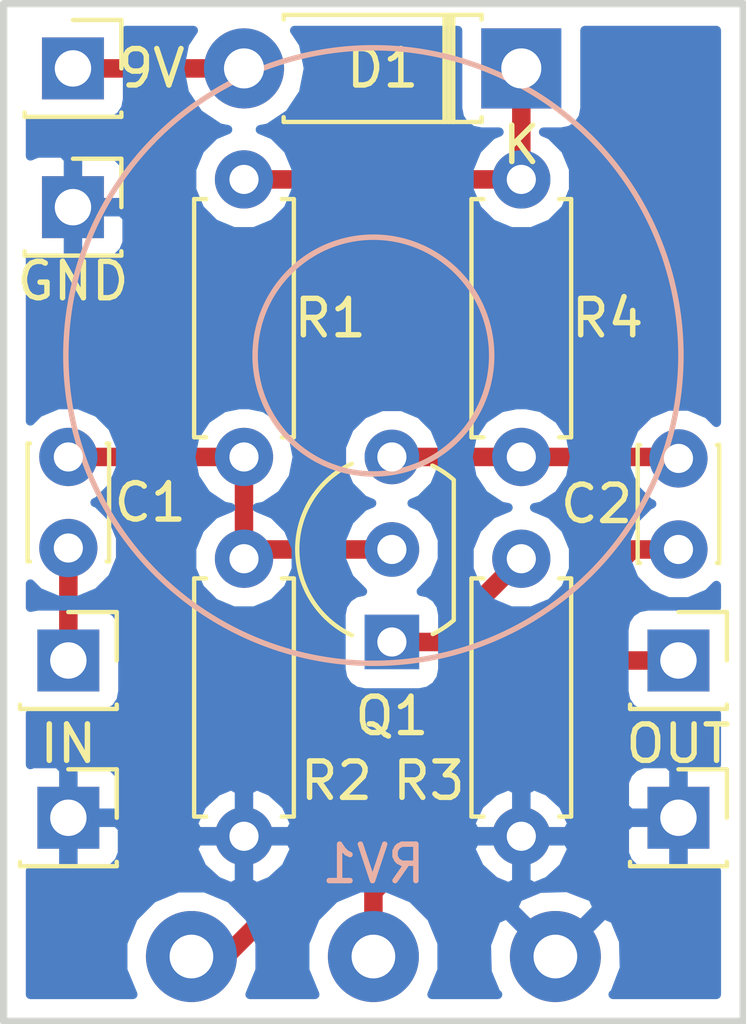
<source format=kicad_pcb>
(kicad_pcb (version 20171130) (host pcbnew 5.0.2+dfsg1-1+deb10u1)

  (general
    (thickness 1.6)
    (drawings 4)
    (tracks 19)
    (zones 0)
    (modules 15)
    (nets 10)
  )

  (page A)
  (layers
    (0 F.Cu signal)
    (31 B.Cu signal)
    (32 B.Adhes user)
    (33 F.Adhes user)
    (34 B.Paste user)
    (35 F.Paste user)
    (36 B.SilkS user)
    (37 F.SilkS user)
    (38 B.Mask user)
    (39 F.Mask user)
    (40 Dwgs.User user)
    (41 Cmts.User user)
    (42 Eco1.User user)
    (43 Eco2.User user)
    (44 Edge.Cuts user)
    (45 Margin user)
    (46 B.CrtYd user hide)
    (47 F.CrtYd user hide)
    (48 B.Fab user hide)
    (49 F.Fab user hide)
  )

  (setup
    (last_trace_width 0.508)
    (user_trace_width 0.508)
    (trace_clearance 0.2)
    (zone_clearance 0.508)
    (zone_45_only no)
    (trace_min 0.2)
    (segment_width 0.2)
    (edge_width 0.15)
    (via_size 0.8)
    (via_drill 0.4)
    (via_min_size 0.4)
    (via_min_drill 0.3)
    (uvia_size 0.3)
    (uvia_drill 0.1)
    (uvias_allowed no)
    (uvia_min_size 0.2)
    (uvia_min_drill 0.1)
    (pcb_text_width 0.3)
    (pcb_text_size 1.5 1.5)
    (mod_edge_width 0.15)
    (mod_text_size 1 1)
    (mod_text_width 0.15)
    (pad_size 1.524 1.524)
    (pad_drill 0.762)
    (pad_to_mask_clearance 0.051)
    (solder_mask_min_width 0.25)
    (aux_axis_origin 0 0)
    (visible_elements FFFFFF7F)
    (pcbplotparams
      (layerselection 0x010fc_ffffffff)
      (usegerberextensions false)
      (usegerberattributes false)
      (usegerberadvancedattributes false)
      (creategerberjobfile false)
      (excludeedgelayer true)
      (linewidth 0.100000)
      (plotframeref false)
      (viasonmask false)
      (mode 1)
      (useauxorigin false)
      (hpglpennumber 1)
      (hpglpenspeed 20)
      (hpglpendiameter 15.000000)
      (psnegative false)
      (psa4output false)
      (plotreference true)
      (plotvalue true)
      (plotinvisibletext false)
      (padsonsilk false)
      (subtractmaskfromsilk false)
      (outputformat 1)
      (mirror false)
      (drillshape 1)
      (scaleselection 1)
      (outputdirectory ""))
  )

  (net 0 "")
  (net 1 "Net-(C1-Pad1)")
  (net 2 "Net-(C1-Pad2)")
  (net 3 "Net-(C2-Pad2)")
  (net 4 "Net-(C2-Pad1)")
  (net 5 "Net-(D1-Pad1)")
  (net 6 +9V)
  (net 7 GND)
  (net 8 "Net-(J5-Pad1)")
  (net 9 "Net-(Q1-Pad1)")

  (net_class Default "This is the default net class."
    (clearance 0.2)
    (trace_width 0.25)
    (via_dia 0.8)
    (via_drill 0.4)
    (uvia_dia 0.3)
    (uvia_drill 0.1)
    (add_net +9V)
    (add_net GND)
    (add_net "Net-(C1-Pad1)")
    (add_net "Net-(C1-Pad2)")
    (add_net "Net-(C2-Pad1)")
    (add_net "Net-(C2-Pad2)")
    (add_net "Net-(D1-Pad1)")
    (add_net "Net-(J5-Pad1)")
    (add_net "Net-(Q1-Pad1)")
  )

  (module Capacitor_THT:C_Disc_D3.0mm_W2.0mm_P2.50mm (layer F.Cu) (tedit 5AE50EF0) (tstamp 6453BCE4)
    (at 110.998 63.246 270)
    (descr "C, Disc series, Radial, pin pitch=2.50mm, , diameter*width=3*2mm^2, Capacitor")
    (tags "C Disc series Radial pin pitch 2.50mm  diameter 3mm width 2mm Capacitor")
    (path /643B4688)
    (fp_text reference C1 (at 1.25 -2.25) (layer F.SilkS)
      (effects (font (size 1 1) (thickness 0.15)))
    )
    (fp_text value 0.1uF (at 1.25 2.25 270) (layer F.Fab)
      (effects (font (size 1 1) (thickness 0.15)))
    )
    (fp_line (start -0.25 -1) (end -0.25 1) (layer F.Fab) (width 0.1))
    (fp_line (start -0.25 1) (end 2.75 1) (layer F.Fab) (width 0.1))
    (fp_line (start 2.75 1) (end 2.75 -1) (layer F.Fab) (width 0.1))
    (fp_line (start 2.75 -1) (end -0.25 -1) (layer F.Fab) (width 0.1))
    (fp_line (start -0.37 -1.12) (end 2.87 -1.12) (layer F.SilkS) (width 0.12))
    (fp_line (start -0.37 1.12) (end 2.87 1.12) (layer F.SilkS) (width 0.12))
    (fp_line (start -0.37 -1.12) (end -0.37 -1.055) (layer F.SilkS) (width 0.12))
    (fp_line (start -0.37 1.055) (end -0.37 1.12) (layer F.SilkS) (width 0.12))
    (fp_line (start 2.87 -1.12) (end 2.87 -1.055) (layer F.SilkS) (width 0.12))
    (fp_line (start 2.87 1.055) (end 2.87 1.12) (layer F.SilkS) (width 0.12))
    (fp_line (start -1.05 -1.25) (end -1.05 1.25) (layer F.CrtYd) (width 0.05))
    (fp_line (start -1.05 1.25) (end 3.55 1.25) (layer F.CrtYd) (width 0.05))
    (fp_line (start 3.55 1.25) (end 3.55 -1.25) (layer F.CrtYd) (width 0.05))
    (fp_line (start 3.55 -1.25) (end -1.05 -1.25) (layer F.CrtYd) (width 0.05))
    (fp_text user %R (at 1.25 0 270) (layer F.Fab)
      (effects (font (size 0.6 0.6) (thickness 0.09)))
    )
    (pad 1 thru_hole circle (at 0 0 270) (size 1.6 1.6) (drill 0.8) (layers *.Cu *.Mask)
      (net 1 "Net-(C1-Pad1)"))
    (pad 2 thru_hole circle (at 2.5 0 270) (size 1.6 1.6) (drill 0.8) (layers *.Cu *.Mask)
      (net 2 "Net-(C1-Pad2)"))
    (model ${KISYS3DMOD}/Capacitor_THT.3dshapes/C_Disc_D3.0mm_W2.0mm_P2.50mm.wrl
      (at (xyz 0 0 0))
      (scale (xyz 1 1 1))
      (rotate (xyz 0 0 0))
    )
  )

  (module Capacitor_THT:C_Disc_D3.0mm_W2.0mm_P2.50mm (layer F.Cu) (tedit 5AE50EF0) (tstamp 6453BCF9)
    (at 127.762 65.786 90)
    (descr "C, Disc series, Radial, pin pitch=2.50mm, , diameter*width=3*2mm^2, Capacitor")
    (tags "C Disc series Radial pin pitch 2.50mm  diameter 3mm width 2mm Capacitor")
    (path /643B496A)
    (fp_text reference C2 (at 1.25 -2.25 180) (layer F.SilkS)
      (effects (font (size 1 1) (thickness 0.15)))
    )
    (fp_text value 0.1uF (at 1.25 2.25 90) (layer F.Fab)
      (effects (font (size 1 1) (thickness 0.15)))
    )
    (fp_text user %R (at 1.25 0 90) (layer F.Fab)
      (effects (font (size 0.6 0.6) (thickness 0.09)))
    )
    (fp_line (start 3.55 -1.25) (end -1.05 -1.25) (layer F.CrtYd) (width 0.05))
    (fp_line (start 3.55 1.25) (end 3.55 -1.25) (layer F.CrtYd) (width 0.05))
    (fp_line (start -1.05 1.25) (end 3.55 1.25) (layer F.CrtYd) (width 0.05))
    (fp_line (start -1.05 -1.25) (end -1.05 1.25) (layer F.CrtYd) (width 0.05))
    (fp_line (start 2.87 1.055) (end 2.87 1.12) (layer F.SilkS) (width 0.12))
    (fp_line (start 2.87 -1.12) (end 2.87 -1.055) (layer F.SilkS) (width 0.12))
    (fp_line (start -0.37 1.055) (end -0.37 1.12) (layer F.SilkS) (width 0.12))
    (fp_line (start -0.37 -1.12) (end -0.37 -1.055) (layer F.SilkS) (width 0.12))
    (fp_line (start -0.37 1.12) (end 2.87 1.12) (layer F.SilkS) (width 0.12))
    (fp_line (start -0.37 -1.12) (end 2.87 -1.12) (layer F.SilkS) (width 0.12))
    (fp_line (start 2.75 -1) (end -0.25 -1) (layer F.Fab) (width 0.1))
    (fp_line (start 2.75 1) (end 2.75 -1) (layer F.Fab) (width 0.1))
    (fp_line (start -0.25 1) (end 2.75 1) (layer F.Fab) (width 0.1))
    (fp_line (start -0.25 -1) (end -0.25 1) (layer F.Fab) (width 0.1))
    (pad 2 thru_hole circle (at 2.5 0 90) (size 1.6 1.6) (drill 0.8) (layers *.Cu *.Mask)
      (net 3 "Net-(C2-Pad2)"))
    (pad 1 thru_hole circle (at 0 0 90) (size 1.6 1.6) (drill 0.8) (layers *.Cu *.Mask)
      (net 4 "Net-(C2-Pad1)"))
    (model ${KISYS3DMOD}/Capacitor_THT.3dshapes/C_Disc_D3.0mm_W2.0mm_P2.50mm.wrl
      (at (xyz 0 0 0))
      (scale (xyz 1 1 1))
      (rotate (xyz 0 0 0))
    )
  )

  (module Diode_THT:D_DO-41_SOD81_P7.62mm_Horizontal (layer F.Cu) (tedit 5AE50CD5) (tstamp 6453CDA1)
    (at 123.444 52.578 180)
    (descr "Diode, DO-41_SOD81 series, Axial, Horizontal, pin pitch=7.62mm, , length*diameter=5.2*2.7mm^2, , http://www.diodes.com/_files/packages/DO-41%20(Plastic).pdf")
    (tags "Diode DO-41_SOD81 series Axial Horizontal pin pitch 7.62mm  length 5.2mm diameter 2.7mm")
    (path /643B4CB8)
    (fp_text reference D1 (at 3.81 0 180) (layer F.SilkS)
      (effects (font (size 1 1) (thickness 0.15)))
    )
    (fp_text value D (at 3.81 2.47 180) (layer F.Fab)
      (effects (font (size 1 1) (thickness 0.15)))
    )
    (fp_line (start 1.21 -1.35) (end 1.21 1.35) (layer F.Fab) (width 0.1))
    (fp_line (start 1.21 1.35) (end 6.41 1.35) (layer F.Fab) (width 0.1))
    (fp_line (start 6.41 1.35) (end 6.41 -1.35) (layer F.Fab) (width 0.1))
    (fp_line (start 6.41 -1.35) (end 1.21 -1.35) (layer F.Fab) (width 0.1))
    (fp_line (start 0 0) (end 1.21 0) (layer F.Fab) (width 0.1))
    (fp_line (start 7.62 0) (end 6.41 0) (layer F.Fab) (width 0.1))
    (fp_line (start 1.99 -1.35) (end 1.99 1.35) (layer F.Fab) (width 0.1))
    (fp_line (start 2.09 -1.35) (end 2.09 1.35) (layer F.Fab) (width 0.1))
    (fp_line (start 1.89 -1.35) (end 1.89 1.35) (layer F.Fab) (width 0.1))
    (fp_line (start 1.09 -1.34) (end 1.09 -1.47) (layer F.SilkS) (width 0.12))
    (fp_line (start 1.09 -1.47) (end 6.53 -1.47) (layer F.SilkS) (width 0.12))
    (fp_line (start 6.53 -1.47) (end 6.53 -1.34) (layer F.SilkS) (width 0.12))
    (fp_line (start 1.09 1.34) (end 1.09 1.47) (layer F.SilkS) (width 0.12))
    (fp_line (start 1.09 1.47) (end 6.53 1.47) (layer F.SilkS) (width 0.12))
    (fp_line (start 6.53 1.47) (end 6.53 1.34) (layer F.SilkS) (width 0.12))
    (fp_line (start 1.99 -1.47) (end 1.99 1.47) (layer F.SilkS) (width 0.12))
    (fp_line (start 2.11 -1.47) (end 2.11 1.47) (layer F.SilkS) (width 0.12))
    (fp_line (start 1.87 -1.47) (end 1.87 1.47) (layer F.SilkS) (width 0.12))
    (fp_line (start -1.35 -1.6) (end -1.35 1.6) (layer F.CrtYd) (width 0.05))
    (fp_line (start -1.35 1.6) (end 8.97 1.6) (layer F.CrtYd) (width 0.05))
    (fp_line (start 8.97 1.6) (end 8.97 -1.6) (layer F.CrtYd) (width 0.05))
    (fp_line (start 8.97 -1.6) (end -1.35 -1.6) (layer F.CrtYd) (width 0.05))
    (fp_text user %R (at 4.2 0 180) (layer F.Fab)
      (effects (font (size 1 1) (thickness 0.15)))
    )
    (fp_text user K (at 0 -2.1 180) (layer F.Fab)
      (effects (font (size 1 1) (thickness 0.15)))
    )
    (fp_text user K (at 0 -2.1 180) (layer F.SilkS)
      (effects (font (size 1 1) (thickness 0.15)))
    )
    (pad 1 thru_hole rect (at 0 0 180) (size 2.2 2.2) (drill 1.1) (layers *.Cu *.Mask)
      (net 5 "Net-(D1-Pad1)"))
    (pad 2 thru_hole oval (at 7.62 0 180) (size 2.2 2.2) (drill 1.1) (layers *.Cu *.Mask)
      (net 6 +9V))
    (model ${KISYS3DMOD}/Diode_THT.3dshapes/D_DO-41_SOD81_P7.62mm_Horizontal.wrl
      (at (xyz 0 0 0))
      (scale (xyz 1 1 1))
      (rotate (xyz 0 0 0))
    )
  )

  (module Connector_PinSocket_2.54mm:PinSocket_1x01_P2.54mm_Vertical (layer F.Cu) (tedit 643B529E) (tstamp 6453BD2C)
    (at 110.998 68.834)
    (descr "Through hole straight socket strip, 1x01, 2.54mm pitch, single row (from Kicad 4.0.7), script generated")
    (tags "Through hole socket strip THT 1x01 2.54mm single row")
    (path /643B52F6)
    (fp_text reference J1 (at 0 -2.77) (layer F.SilkS) hide
      (effects (font (size 1 1) (thickness 0.15)))
    )
    (fp_text value IN (at 0 2.286) (layer F.SilkS)
      (effects (font (size 1 1) (thickness 0.15)))
    )
    (fp_line (start -1.27 -1.27) (end 0.635 -1.27) (layer F.Fab) (width 0.1))
    (fp_line (start 0.635 -1.27) (end 1.27 -0.635) (layer F.Fab) (width 0.1))
    (fp_line (start 1.27 -0.635) (end 1.27 1.27) (layer F.Fab) (width 0.1))
    (fp_line (start 1.27 1.27) (end -1.27 1.27) (layer F.Fab) (width 0.1))
    (fp_line (start -1.27 1.27) (end -1.27 -1.27) (layer F.Fab) (width 0.1))
    (fp_line (start -1.33 1.33) (end 1.33 1.33) (layer F.SilkS) (width 0.12))
    (fp_line (start -1.33 1.21) (end -1.33 1.33) (layer F.SilkS) (width 0.12))
    (fp_line (start 1.33 1.21) (end 1.33 1.33) (layer F.SilkS) (width 0.12))
    (fp_line (start 1.33 -1.33) (end 1.33 0) (layer F.SilkS) (width 0.12))
    (fp_line (start 0 -1.33) (end 1.33 -1.33) (layer F.SilkS) (width 0.12))
    (fp_line (start -1.8 -1.8) (end 1.75 -1.8) (layer F.CrtYd) (width 0.05))
    (fp_line (start 1.75 -1.8) (end 1.75 1.75) (layer F.CrtYd) (width 0.05))
    (fp_line (start 1.75 1.75) (end -1.8 1.75) (layer F.CrtYd) (width 0.05))
    (fp_line (start -1.8 1.75) (end -1.8 -1.8) (layer F.CrtYd) (width 0.05))
    (fp_text user %R (at 0 0) (layer F.Fab)
      (effects (font (size 1 1) (thickness 0.15)))
    )
    (pad 1 thru_hole rect (at 0 0) (size 1.7 1.7) (drill 1) (layers *.Cu *.Mask)
      (net 2 "Net-(C1-Pad2)"))
    (model ${KISYS3DMOD}/Connector_PinSocket_2.54mm.3dshapes/PinSocket_1x01_P2.54mm_Vertical.wrl
      (at (xyz 0 0 0))
      (scale (xyz 1 1 1))
      (rotate (xyz 0 0 0))
    )
  )

  (module Connector_PinSocket_2.54mm:PinSocket_1x01_P2.54mm_Vertical (layer F.Cu) (tedit 643B528F) (tstamp 6453C2CC)
    (at 110.998 73.152)
    (descr "Through hole straight socket strip, 1x01, 2.54mm pitch, single row (from Kicad 4.0.7), script generated")
    (tags "Through hole socket strip THT 1x01 2.54mm single row")
    (path /643B55BC)
    (fp_text reference J2 (at 0 -2.77) (layer F.SilkS) hide
      (effects (font (size 1 1) (thickness 0.15)))
    )
    (fp_text value IN_G (at 0 2.77) (layer F.Fab)
      (effects (font (size 1 1) (thickness 0.15)))
    )
    (fp_text user %R (at 0 0) (layer F.Fab)
      (effects (font (size 1 1) (thickness 0.15)))
    )
    (fp_line (start -1.8 1.75) (end -1.8 -1.8) (layer F.CrtYd) (width 0.05))
    (fp_line (start 1.75 1.75) (end -1.8 1.75) (layer F.CrtYd) (width 0.05))
    (fp_line (start 1.75 -1.8) (end 1.75 1.75) (layer F.CrtYd) (width 0.05))
    (fp_line (start -1.8 -1.8) (end 1.75 -1.8) (layer F.CrtYd) (width 0.05))
    (fp_line (start 0 -1.33) (end 1.33 -1.33) (layer F.SilkS) (width 0.12))
    (fp_line (start 1.33 -1.33) (end 1.33 0) (layer F.SilkS) (width 0.12))
    (fp_line (start 1.33 1.21) (end 1.33 1.33) (layer F.SilkS) (width 0.12))
    (fp_line (start -1.33 1.21) (end -1.33 1.33) (layer F.SilkS) (width 0.12))
    (fp_line (start -1.33 1.33) (end 1.33 1.33) (layer F.SilkS) (width 0.12))
    (fp_line (start -1.27 1.27) (end -1.27 -1.27) (layer F.Fab) (width 0.1))
    (fp_line (start 1.27 1.27) (end -1.27 1.27) (layer F.Fab) (width 0.1))
    (fp_line (start 1.27 -0.635) (end 1.27 1.27) (layer F.Fab) (width 0.1))
    (fp_line (start 0.635 -1.27) (end 1.27 -0.635) (layer F.Fab) (width 0.1))
    (fp_line (start -1.27 -1.27) (end 0.635 -1.27) (layer F.Fab) (width 0.1))
    (pad 1 thru_hole rect (at 0 0) (size 1.7 1.7) (drill 1) (layers *.Cu *.Mask)
      (net 7 GND))
    (model ${KISYS3DMOD}/Connector_PinSocket_2.54mm.3dshapes/PinSocket_1x01_P2.54mm_Vertical.wrl
      (at (xyz 0 0 0))
      (scale (xyz 1 1 1))
      (rotate (xyz 0 0 0))
    )
  )

  (module Connector_PinSocket_2.54mm:PinSocket_1x01_P2.54mm_Vertical (layer F.Cu) (tedit 643B51DD) (tstamp 6453D098)
    (at 111.125 52.578)
    (descr "Through hole straight socket strip, 1x01, 2.54mm pitch, single row (from Kicad 4.0.7), script generated")
    (tags "Through hole socket strip THT 1x01 2.54mm single row")
    (path /643B6B7B)
    (fp_text reference J3 (at 0 -2.77) (layer F.SilkS) hide
      (effects (font (size 1 1) (thickness 0.15)))
    )
    (fp_text value 9V (at 2.159 0) (layer F.SilkS)
      (effects (font (size 1 1) (thickness 0.15)))
    )
    (fp_text user %R (at 0 0) (layer F.Fab)
      (effects (font (size 1 1) (thickness 0.15)))
    )
    (fp_line (start -1.8 1.75) (end -1.8 -1.8) (layer F.CrtYd) (width 0.05))
    (fp_line (start 1.75 1.75) (end -1.8 1.75) (layer F.CrtYd) (width 0.05))
    (fp_line (start 1.75 -1.8) (end 1.75 1.75) (layer F.CrtYd) (width 0.05))
    (fp_line (start -1.8 -1.8) (end 1.75 -1.8) (layer F.CrtYd) (width 0.05))
    (fp_line (start 0 -1.33) (end 1.33 -1.33) (layer F.SilkS) (width 0.12))
    (fp_line (start 1.33 -1.33) (end 1.33 0) (layer F.SilkS) (width 0.12))
    (fp_line (start 1.33 1.21) (end 1.33 1.33) (layer F.SilkS) (width 0.12))
    (fp_line (start -1.33 1.21) (end -1.33 1.33) (layer F.SilkS) (width 0.12))
    (fp_line (start -1.33 1.33) (end 1.33 1.33) (layer F.SilkS) (width 0.12))
    (fp_line (start -1.27 1.27) (end -1.27 -1.27) (layer F.Fab) (width 0.1))
    (fp_line (start 1.27 1.27) (end -1.27 1.27) (layer F.Fab) (width 0.1))
    (fp_line (start 1.27 -0.635) (end 1.27 1.27) (layer F.Fab) (width 0.1))
    (fp_line (start 0.635 -1.27) (end 1.27 -0.635) (layer F.Fab) (width 0.1))
    (fp_line (start -1.27 -1.27) (end 0.635 -1.27) (layer F.Fab) (width 0.1))
    (pad 1 thru_hole rect (at 0 0) (size 1.7 1.7) (drill 1) (layers *.Cu *.Mask)
      (net 6 +9V))
    (model ${KISYS3DMOD}/Connector_PinSocket_2.54mm.3dshapes/PinSocket_1x01_P2.54mm_Vertical.wrl
      (at (xyz 0 0 0))
      (scale (xyz 1 1 1))
      (rotate (xyz 0 0 0))
    )
  )

  (module Connector_PinSocket_2.54mm:PinSocket_1x01_P2.54mm_Vertical (layer F.Cu) (tedit 643B51F3) (tstamp 6453CD5D)
    (at 111.125 56.388)
    (descr "Through hole straight socket strip, 1x01, 2.54mm pitch, single row (from Kicad 4.0.7), script generated")
    (tags "Through hole socket strip THT 1x01 2.54mm single row")
    (path /643B6AF1)
    (fp_text reference J4 (at 0 -2.77) (layer F.SilkS) hide
      (effects (font (size 1 1) (thickness 0.15)))
    )
    (fp_text value GND (at 0 2.032) (layer F.SilkS)
      (effects (font (size 1 1) (thickness 0.15)))
    )
    (fp_line (start -1.27 -1.27) (end 0.635 -1.27) (layer F.Fab) (width 0.1))
    (fp_line (start 0.635 -1.27) (end 1.27 -0.635) (layer F.Fab) (width 0.1))
    (fp_line (start 1.27 -0.635) (end 1.27 1.27) (layer F.Fab) (width 0.1))
    (fp_line (start 1.27 1.27) (end -1.27 1.27) (layer F.Fab) (width 0.1))
    (fp_line (start -1.27 1.27) (end -1.27 -1.27) (layer F.Fab) (width 0.1))
    (fp_line (start -1.33 1.33) (end 1.33 1.33) (layer F.SilkS) (width 0.12))
    (fp_line (start -1.33 1.21) (end -1.33 1.33) (layer F.SilkS) (width 0.12))
    (fp_line (start 1.33 1.21) (end 1.33 1.33) (layer F.SilkS) (width 0.12))
    (fp_line (start 1.33 -1.33) (end 1.33 0) (layer F.SilkS) (width 0.12))
    (fp_line (start 0 -1.33) (end 1.33 -1.33) (layer F.SilkS) (width 0.12))
    (fp_line (start -1.8 -1.8) (end 1.75 -1.8) (layer F.CrtYd) (width 0.05))
    (fp_line (start 1.75 -1.8) (end 1.75 1.75) (layer F.CrtYd) (width 0.05))
    (fp_line (start 1.75 1.75) (end -1.8 1.75) (layer F.CrtYd) (width 0.05))
    (fp_line (start -1.8 1.75) (end -1.8 -1.8) (layer F.CrtYd) (width 0.05))
    (fp_text user %R (at 0 0) (layer F.Fab)
      (effects (font (size 1 1) (thickness 0.15)))
    )
    (pad 1 thru_hole rect (at 0 0) (size 1.7 1.7) (drill 1) (layers *.Cu *.Mask)
      (net 7 GND))
    (model ${KISYS3DMOD}/Connector_PinSocket_2.54mm.3dshapes/PinSocket_1x01_P2.54mm_Vertical.wrl
      (at (xyz 0 0 0))
      (scale (xyz 1 1 1))
      (rotate (xyz 0 0 0))
    )
  )

  (module Connector_PinSocket_2.54mm:PinSocket_1x01_P2.54mm_Vertical (layer F.Cu) (tedit 643B5244) (tstamp 6453C245)
    (at 127.762 68.834)
    (descr "Through hole straight socket strip, 1x01, 2.54mm pitch, single row (from Kicad 4.0.7), script generated")
    (tags "Through hole socket strip THT 1x01 2.54mm single row")
    (path /643B5866)
    (fp_text reference J5 (at 0 -2.77) (layer F.SilkS) hide
      (effects (font (size 1 1) (thickness 0.15)))
    )
    (fp_text value OUT (at 0 2.286 180) (layer F.SilkS)
      (effects (font (size 1 1) (thickness 0.15)))
    )
    (fp_line (start -1.27 -1.27) (end 0.635 -1.27) (layer F.Fab) (width 0.1))
    (fp_line (start 0.635 -1.27) (end 1.27 -0.635) (layer F.Fab) (width 0.1))
    (fp_line (start 1.27 -0.635) (end 1.27 1.27) (layer F.Fab) (width 0.1))
    (fp_line (start 1.27 1.27) (end -1.27 1.27) (layer F.Fab) (width 0.1))
    (fp_line (start -1.27 1.27) (end -1.27 -1.27) (layer F.Fab) (width 0.1))
    (fp_line (start -1.33 1.33) (end 1.33 1.33) (layer F.SilkS) (width 0.12))
    (fp_line (start -1.33 1.21) (end -1.33 1.33) (layer F.SilkS) (width 0.12))
    (fp_line (start 1.33 1.21) (end 1.33 1.33) (layer F.SilkS) (width 0.12))
    (fp_line (start 1.33 -1.33) (end 1.33 0) (layer F.SilkS) (width 0.12))
    (fp_line (start 0 -1.33) (end 1.33 -1.33) (layer F.SilkS) (width 0.12))
    (fp_line (start -1.8 -1.8) (end 1.75 -1.8) (layer F.CrtYd) (width 0.05))
    (fp_line (start 1.75 -1.8) (end 1.75 1.75) (layer F.CrtYd) (width 0.05))
    (fp_line (start 1.75 1.75) (end -1.8 1.75) (layer F.CrtYd) (width 0.05))
    (fp_line (start -1.8 1.75) (end -1.8 -1.8) (layer F.CrtYd) (width 0.05))
    (fp_text user %R (at 0 0) (layer F.Fab)
      (effects (font (size 1 1) (thickness 0.15)))
    )
    (pad 1 thru_hole rect (at 0 0) (size 1.7 1.7) (drill 1) (layers *.Cu *.Mask)
      (net 8 "Net-(J5-Pad1)"))
    (model ${KISYS3DMOD}/Connector_PinSocket_2.54mm.3dshapes/PinSocket_1x01_P2.54mm_Vertical.wrl
      (at (xyz 0 0 0))
      (scale (xyz 1 1 1))
      (rotate (xyz 0 0 0))
    )
  )

  (module Connector_PinSocket_2.54mm:PinSocket_1x01_P2.54mm_Vertical (layer F.Cu) (tedit 643B526D) (tstamp 6453BD90)
    (at 127.762 73.152)
    (descr "Through hole straight socket strip, 1x01, 2.54mm pitch, single row (from Kicad 4.0.7), script generated")
    (tags "Through hole socket strip THT 1x01 2.54mm single row")
    (path /643B586C)
    (fp_text reference J6 (at 0 -2.77) (layer F.SilkS) hide
      (effects (font (size 1 1) (thickness 0.15)))
    )
    (fp_text value OUT_G (at 0 2.77) (layer F.Fab)
      (effects (font (size 1 1) (thickness 0.15)))
    )
    (fp_text user %R (at 0 0) (layer F.Fab)
      (effects (font (size 1 1) (thickness 0.15)))
    )
    (fp_line (start -1.8 1.75) (end -1.8 -1.8) (layer F.CrtYd) (width 0.05))
    (fp_line (start 1.75 1.75) (end -1.8 1.75) (layer F.CrtYd) (width 0.05))
    (fp_line (start 1.75 -1.8) (end 1.75 1.75) (layer F.CrtYd) (width 0.05))
    (fp_line (start -1.8 -1.8) (end 1.75 -1.8) (layer F.CrtYd) (width 0.05))
    (fp_line (start 0 -1.33) (end 1.33 -1.33) (layer F.SilkS) (width 0.12))
    (fp_line (start 1.33 -1.33) (end 1.33 0) (layer F.SilkS) (width 0.12))
    (fp_line (start 1.33 1.21) (end 1.33 1.33) (layer F.SilkS) (width 0.12))
    (fp_line (start -1.33 1.21) (end -1.33 1.33) (layer F.SilkS) (width 0.12))
    (fp_line (start -1.33 1.33) (end 1.33 1.33) (layer F.SilkS) (width 0.12))
    (fp_line (start -1.27 1.27) (end -1.27 -1.27) (layer F.Fab) (width 0.1))
    (fp_line (start 1.27 1.27) (end -1.27 1.27) (layer F.Fab) (width 0.1))
    (fp_line (start 1.27 -0.635) (end 1.27 1.27) (layer F.Fab) (width 0.1))
    (fp_line (start 0.635 -1.27) (end 1.27 -0.635) (layer F.Fab) (width 0.1))
    (fp_line (start -1.27 -1.27) (end 0.635 -1.27) (layer F.Fab) (width 0.1))
    (pad 1 thru_hole rect (at 0 0) (size 1.7 1.7) (drill 1) (layers *.Cu *.Mask)
      (net 7 GND))
    (model ${KISYS3DMOD}/Connector_PinSocket_2.54mm.3dshapes/PinSocket_1x01_P2.54mm_Vertical.wrl
      (at (xyz 0 0 0))
      (scale (xyz 1 1 1))
      (rotate (xyz 0 0 0))
    )
  )

  (module Package_TO_SOT_THT:TO-92L_Inline_Wide (layer F.Cu) (tedit 5A11996A) (tstamp 6453BDA4)
    (at 119.888 68.326 90)
    (descr "TO-92L leads in-line (large body variant of TO-92), also known as TO-226, wide, drill 0.75mm (see https://www.diodes.com/assets/Package-Files/TO92L.pdf and http://www.ti.com/lit/an/snoa059/snoa059.pdf)")
    (tags "TO-92L Inline Wide transistor")
    (path /643B47CC)
    (fp_text reference Q1 (at -2.032 0 180) (layer F.SilkS)
      (effects (font (size 1 1) (thickness 0.15)))
    )
    (fp_text value 2N5088 (at 2.54 2.79 90) (layer F.Fab)
      (effects (font (size 1 1) (thickness 0.15)))
    )
    (fp_text user %R (at 2.54 -3.56 90) (layer F.Fab)
      (effects (font (size 1 1) (thickness 0.15)))
    )
    (fp_line (start 0.6 1.7) (end 4.45 1.7) (layer F.SilkS) (width 0.12))
    (fp_line (start 0.65 1.6) (end 4.4 1.6) (layer F.Fab) (width 0.1))
    (fp_line (start -1 -2.75) (end 6.1 -2.75) (layer F.CrtYd) (width 0.05))
    (fp_line (start -1 -2.75) (end -1 1.85) (layer F.CrtYd) (width 0.05))
    (fp_line (start 6.1 1.85) (end 6.1 -2.75) (layer F.CrtYd) (width 0.05))
    (fp_line (start 6.1 1.85) (end -1 1.85) (layer F.CrtYd) (width 0.05))
    (fp_arc (start 2.54 0) (end 0.6 1.7) (angle 15.44288892) (layer F.SilkS) (width 0.12))
    (fp_arc (start 2.54 0) (end 2.54 -2.6) (angle -65) (layer F.SilkS) (width 0.12))
    (fp_arc (start 2.54 0) (end 2.54 -2.6) (angle 65) (layer F.SilkS) (width 0.12))
    (fp_arc (start 2.54 0) (end 2.54 -2.48) (angle 129.9527847) (layer F.Fab) (width 0.1))
    (fp_arc (start 2.54 0) (end 2.54 -2.48) (angle -130.2499344) (layer F.Fab) (width 0.1))
    (fp_arc (start 2.54 0) (end 4.45 1.7) (angle -15.88591585) (layer F.SilkS) (width 0.12))
    (pad 2 thru_hole circle (at 2.54 0 180) (size 1.5 1.5) (drill 0.8) (layers *.Cu *.Mask)
      (net 1 "Net-(C1-Pad1)"))
    (pad 3 thru_hole circle (at 5.08 0 180) (size 1.5 1.5) (drill 0.8) (layers *.Cu *.Mask)
      (net 3 "Net-(C2-Pad2)"))
    (pad 1 thru_hole rect (at 0 0 180) (size 1.5 1.5) (drill 0.8) (layers *.Cu *.Mask)
      (net 9 "Net-(Q1-Pad1)"))
    (model ${KISYS3DMOD}/Package_TO_SOT_THT.3dshapes/TO-92L_Inline_Wide.wrl
      (at (xyz 0 0 0))
      (scale (xyz 1 1 1))
      (rotate (xyz 0 0 0))
    )
  )

  (module Resistor_THT:R_Axial_DIN0207_L6.3mm_D2.5mm_P7.62mm_Horizontal (layer F.Cu) (tedit 5AE5139B) (tstamp 6453BDBB)
    (at 115.824 55.626 270)
    (descr "Resistor, Axial_DIN0207 series, Axial, Horizontal, pin pitch=7.62mm, 0.25W = 1/4W, length*diameter=6.3*2.5mm^2, http://cdn-reichelt.de/documents/datenblatt/B400/1_4W%23YAG.pdf")
    (tags "Resistor Axial_DIN0207 series Axial Horizontal pin pitch 7.62mm 0.25W = 1/4W length 6.3mm diameter 2.5mm")
    (path /643B46CA)
    (fp_text reference R1 (at 3.81 -2.37) (layer F.SilkS)
      (effects (font (size 1 1) (thickness 0.15)))
    )
    (fp_text value 430K (at 3.81 2.37 270) (layer F.Fab)
      (effects (font (size 1 1) (thickness 0.15)))
    )
    (fp_line (start 0.66 -1.25) (end 0.66 1.25) (layer F.Fab) (width 0.1))
    (fp_line (start 0.66 1.25) (end 6.96 1.25) (layer F.Fab) (width 0.1))
    (fp_line (start 6.96 1.25) (end 6.96 -1.25) (layer F.Fab) (width 0.1))
    (fp_line (start 6.96 -1.25) (end 0.66 -1.25) (layer F.Fab) (width 0.1))
    (fp_line (start 0 0) (end 0.66 0) (layer F.Fab) (width 0.1))
    (fp_line (start 7.62 0) (end 6.96 0) (layer F.Fab) (width 0.1))
    (fp_line (start 0.54 -1.04) (end 0.54 -1.37) (layer F.SilkS) (width 0.12))
    (fp_line (start 0.54 -1.37) (end 7.08 -1.37) (layer F.SilkS) (width 0.12))
    (fp_line (start 7.08 -1.37) (end 7.08 -1.04) (layer F.SilkS) (width 0.12))
    (fp_line (start 0.54 1.04) (end 0.54 1.37) (layer F.SilkS) (width 0.12))
    (fp_line (start 0.54 1.37) (end 7.08 1.37) (layer F.SilkS) (width 0.12))
    (fp_line (start 7.08 1.37) (end 7.08 1.04) (layer F.SilkS) (width 0.12))
    (fp_line (start -1.05 -1.5) (end -1.05 1.5) (layer F.CrtYd) (width 0.05))
    (fp_line (start -1.05 1.5) (end 8.67 1.5) (layer F.CrtYd) (width 0.05))
    (fp_line (start 8.67 1.5) (end 8.67 -1.5) (layer F.CrtYd) (width 0.05))
    (fp_line (start 8.67 -1.5) (end -1.05 -1.5) (layer F.CrtYd) (width 0.05))
    (fp_text user %R (at 3.81 0 270) (layer F.Fab)
      (effects (font (size 1 1) (thickness 0.15)))
    )
    (pad 1 thru_hole circle (at 0 0 270) (size 1.6 1.6) (drill 0.8) (layers *.Cu *.Mask)
      (net 5 "Net-(D1-Pad1)"))
    (pad 2 thru_hole oval (at 7.62 0 270) (size 1.6 1.6) (drill 0.8) (layers *.Cu *.Mask)
      (net 1 "Net-(C1-Pad1)"))
    (model ${KISYS3DMOD}/Resistor_THT.3dshapes/R_Axial_DIN0207_L6.3mm_D2.5mm_P7.62mm_Horizontal.wrl
      (at (xyz 0 0 0))
      (scale (xyz 1 1 1))
      (rotate (xyz 0 0 0))
    )
  )

  (module Resistor_THT:R_Axial_DIN0207_L6.3mm_D2.5mm_P7.62mm_Horizontal (layer F.Cu) (tedit 5AE5139B) (tstamp 6453C7AF)
    (at 115.824 66.04 270)
    (descr "Resistor, Axial_DIN0207 series, Axial, Horizontal, pin pitch=7.62mm, 0.25W = 1/4W, length*diameter=6.3*2.5mm^2, http://cdn-reichelt.de/documents/datenblatt/B400/1_4W%23YAG.pdf")
    (tags "Resistor Axial_DIN0207 series Axial Horizontal pin pitch 7.62mm 0.25W = 1/4W length 6.3mm diameter 2.5mm")
    (path /643B49D9)
    (fp_text reference R2 (at 6.096 -2.54) (layer F.SilkS)
      (effects (font (size 1 1) (thickness 0.15)))
    )
    (fp_text value 43K (at 3.81 2.37 270) (layer F.Fab)
      (effects (font (size 1 1) (thickness 0.15)))
    )
    (fp_text user %R (at 3.81 0 270) (layer F.Fab)
      (effects (font (size 1 1) (thickness 0.15)))
    )
    (fp_line (start 8.67 -1.5) (end -1.05 -1.5) (layer F.CrtYd) (width 0.05))
    (fp_line (start 8.67 1.5) (end 8.67 -1.5) (layer F.CrtYd) (width 0.05))
    (fp_line (start -1.05 1.5) (end 8.67 1.5) (layer F.CrtYd) (width 0.05))
    (fp_line (start -1.05 -1.5) (end -1.05 1.5) (layer F.CrtYd) (width 0.05))
    (fp_line (start 7.08 1.37) (end 7.08 1.04) (layer F.SilkS) (width 0.12))
    (fp_line (start 0.54 1.37) (end 7.08 1.37) (layer F.SilkS) (width 0.12))
    (fp_line (start 0.54 1.04) (end 0.54 1.37) (layer F.SilkS) (width 0.12))
    (fp_line (start 7.08 -1.37) (end 7.08 -1.04) (layer F.SilkS) (width 0.12))
    (fp_line (start 0.54 -1.37) (end 7.08 -1.37) (layer F.SilkS) (width 0.12))
    (fp_line (start 0.54 -1.04) (end 0.54 -1.37) (layer F.SilkS) (width 0.12))
    (fp_line (start 7.62 0) (end 6.96 0) (layer F.Fab) (width 0.1))
    (fp_line (start 0 0) (end 0.66 0) (layer F.Fab) (width 0.1))
    (fp_line (start 6.96 -1.25) (end 0.66 -1.25) (layer F.Fab) (width 0.1))
    (fp_line (start 6.96 1.25) (end 6.96 -1.25) (layer F.Fab) (width 0.1))
    (fp_line (start 0.66 1.25) (end 6.96 1.25) (layer F.Fab) (width 0.1))
    (fp_line (start 0.66 -1.25) (end 0.66 1.25) (layer F.Fab) (width 0.1))
    (pad 2 thru_hole oval (at 7.62 0 270) (size 1.6 1.6) (drill 0.8) (layers *.Cu *.Mask)
      (net 7 GND))
    (pad 1 thru_hole circle (at 0 0 270) (size 1.6 1.6) (drill 0.8) (layers *.Cu *.Mask)
      (net 1 "Net-(C1-Pad1)"))
    (model ${KISYS3DMOD}/Resistor_THT.3dshapes/R_Axial_DIN0207_L6.3mm_D2.5mm_P7.62mm_Horizontal.wrl
      (at (xyz 0 0 0))
      (scale (xyz 1 1 1))
      (rotate (xyz 0 0 0))
    )
  )

  (module Resistor_THT:R_Axial_DIN0207_L6.3mm_D2.5mm_P7.62mm_Horizontal (layer F.Cu) (tedit 5AE5139B) (tstamp 6453C76D)
    (at 123.444 66.04 270)
    (descr "Resistor, Axial_DIN0207 series, Axial, Horizontal, pin pitch=7.62mm, 0.25W = 1/4W, length*diameter=6.3*2.5mm^2, http://cdn-reichelt.de/documents/datenblatt/B400/1_4W%23YAG.pdf")
    (tags "Resistor Axial_DIN0207 series Axial Horizontal pin pitch 7.62mm 0.25W = 1/4W length 6.3mm diameter 2.5mm")
    (path /643B4AA0)
    (fp_text reference R3 (at 6.096 2.54) (layer F.SilkS)
      (effects (font (size 1 1) (thickness 0.15)))
    )
    (fp_text value 390R (at 3.81 2.37 270) (layer F.Fab)
      (effects (font (size 1 1) (thickness 0.15)))
    )
    (fp_text user %R (at 3.81 0 270) (layer F.Fab)
      (effects (font (size 1 1) (thickness 0.15)))
    )
    (fp_line (start 8.67 -1.5) (end -1.05 -1.5) (layer F.CrtYd) (width 0.05))
    (fp_line (start 8.67 1.5) (end 8.67 -1.5) (layer F.CrtYd) (width 0.05))
    (fp_line (start -1.05 1.5) (end 8.67 1.5) (layer F.CrtYd) (width 0.05))
    (fp_line (start -1.05 -1.5) (end -1.05 1.5) (layer F.CrtYd) (width 0.05))
    (fp_line (start 7.08 1.37) (end 7.08 1.04) (layer F.SilkS) (width 0.12))
    (fp_line (start 0.54 1.37) (end 7.08 1.37) (layer F.SilkS) (width 0.12))
    (fp_line (start 0.54 1.04) (end 0.54 1.37) (layer F.SilkS) (width 0.12))
    (fp_line (start 7.08 -1.37) (end 7.08 -1.04) (layer F.SilkS) (width 0.12))
    (fp_line (start 0.54 -1.37) (end 7.08 -1.37) (layer F.SilkS) (width 0.12))
    (fp_line (start 0.54 -1.04) (end 0.54 -1.37) (layer F.SilkS) (width 0.12))
    (fp_line (start 7.62 0) (end 6.96 0) (layer F.Fab) (width 0.1))
    (fp_line (start 0 0) (end 0.66 0) (layer F.Fab) (width 0.1))
    (fp_line (start 6.96 -1.25) (end 0.66 -1.25) (layer F.Fab) (width 0.1))
    (fp_line (start 6.96 1.25) (end 6.96 -1.25) (layer F.Fab) (width 0.1))
    (fp_line (start 0.66 1.25) (end 6.96 1.25) (layer F.Fab) (width 0.1))
    (fp_line (start 0.66 -1.25) (end 0.66 1.25) (layer F.Fab) (width 0.1))
    (pad 2 thru_hole oval (at 7.62 0 270) (size 1.6 1.6) (drill 0.8) (layers *.Cu *.Mask)
      (net 7 GND))
    (pad 1 thru_hole circle (at 0 0 270) (size 1.6 1.6) (drill 0.8) (layers *.Cu *.Mask)
      (net 9 "Net-(Q1-Pad1)"))
    (model ${KISYS3DMOD}/Resistor_THT.3dshapes/R_Axial_DIN0207_L6.3mm_D2.5mm_P7.62mm_Horizontal.wrl
      (at (xyz 0 0 0))
      (scale (xyz 1 1 1))
      (rotate (xyz 0 0 0))
    )
  )

  (module Resistor_THT:R_Axial_DIN0207_L6.3mm_D2.5mm_P7.62mm_Horizontal (layer F.Cu) (tedit 5AE5139B) (tstamp 6453BE00)
    (at 123.444 55.626 270)
    (descr "Resistor, Axial_DIN0207 series, Axial, Horizontal, pin pitch=7.62mm, 0.25W = 1/4W, length*diameter=6.3*2.5mm^2, http://cdn-reichelt.de/documents/datenblatt/B400/1_4W%23YAG.pdf")
    (tags "Resistor Axial_DIN0207 series Axial Horizontal pin pitch 7.62mm 0.25W = 1/4W length 6.3mm diameter 2.5mm")
    (path /643B4A41)
    (fp_text reference R4 (at 3.81 -2.37) (layer F.SilkS)
      (effects (font (size 1 1) (thickness 0.15)))
    )
    (fp_text value 10K (at 3.81 2.37 270) (layer F.Fab)
      (effects (font (size 1 1) (thickness 0.15)))
    )
    (fp_line (start 0.66 -1.25) (end 0.66 1.25) (layer F.Fab) (width 0.1))
    (fp_line (start 0.66 1.25) (end 6.96 1.25) (layer F.Fab) (width 0.1))
    (fp_line (start 6.96 1.25) (end 6.96 -1.25) (layer F.Fab) (width 0.1))
    (fp_line (start 6.96 -1.25) (end 0.66 -1.25) (layer F.Fab) (width 0.1))
    (fp_line (start 0 0) (end 0.66 0) (layer F.Fab) (width 0.1))
    (fp_line (start 7.62 0) (end 6.96 0) (layer F.Fab) (width 0.1))
    (fp_line (start 0.54 -1.04) (end 0.54 -1.37) (layer F.SilkS) (width 0.12))
    (fp_line (start 0.54 -1.37) (end 7.08 -1.37) (layer F.SilkS) (width 0.12))
    (fp_line (start 7.08 -1.37) (end 7.08 -1.04) (layer F.SilkS) (width 0.12))
    (fp_line (start 0.54 1.04) (end 0.54 1.37) (layer F.SilkS) (width 0.12))
    (fp_line (start 0.54 1.37) (end 7.08 1.37) (layer F.SilkS) (width 0.12))
    (fp_line (start 7.08 1.37) (end 7.08 1.04) (layer F.SilkS) (width 0.12))
    (fp_line (start -1.05 -1.5) (end -1.05 1.5) (layer F.CrtYd) (width 0.05))
    (fp_line (start -1.05 1.5) (end 8.67 1.5) (layer F.CrtYd) (width 0.05))
    (fp_line (start 8.67 1.5) (end 8.67 -1.5) (layer F.CrtYd) (width 0.05))
    (fp_line (start 8.67 -1.5) (end -1.05 -1.5) (layer F.CrtYd) (width 0.05))
    (fp_text user %R (at 3.81 0 270) (layer F.Fab)
      (effects (font (size 1 1) (thickness 0.15)))
    )
    (pad 1 thru_hole circle (at 0 0 270) (size 1.6 1.6) (drill 0.8) (layers *.Cu *.Mask)
      (net 5 "Net-(D1-Pad1)"))
    (pad 2 thru_hole oval (at 7.62 0 270) (size 1.6 1.6) (drill 0.8) (layers *.Cu *.Mask)
      (net 3 "Net-(C2-Pad2)"))
    (model ${KISYS3DMOD}/Resistor_THT.3dshapes/R_Axial_DIN0207_L6.3mm_D2.5mm_P7.62mm_Horizontal.wrl
      (at (xyz 0 0 0))
      (scale (xyz 1 1 1))
      (rotate (xyz 0 0 0))
    )
  )

  (module AaronAudio:TaydaPot (layer B.Cu) (tedit 643B4DE2) (tstamp 6453BE09)
    (at 119.38 76.962 180)
    (path /643B487A)
    (fp_text reference RV1 (at 0 2.54 180) (layer B.SilkS)
      (effects (font (size 1 1) (thickness 0.15)) (justify mirror))
    )
    (fp_text value R_POT (at 0 -2.54 180) (layer B.Fab)
      (effects (font (size 1 1) (thickness 0.15)) (justify mirror))
    )
    (fp_circle (center 0 16.5) (end 3.25 16.5) (layer B.SilkS) (width 0.15))
    (fp_circle (center 0 16.5) (end 8.45 16.5) (layer B.SilkS) (width 0.15))
    (pad 1 thru_hole circle (at -5 0 180) (size 2.5 2.5) (drill 1.2) (layers *.Cu *.Mask)
      (net 7 GND))
    (pad 2 thru_hole circle (at 0 0 180) (size 2.5 2.5) (drill 1.2) (layers *.Cu *.Mask)
      (net 8 "Net-(J5-Pad1)"))
    (pad 3 thru_hole circle (at 5 0 180) (size 2.5 2.5) (drill 1.2) (layers *.Cu *.Mask)
      (net 4 "Net-(C2-Pad1)"))
  )

  (gr_line (start 109.22 50.8) (end 109.22 78.74) (layer Edge.Cuts) (width 0.2))
  (gr_line (start 129.54 50.8) (end 109.22 50.8) (layer Edge.Cuts) (width 0.2))
  (gr_line (start 129.54 78.74) (end 129.54 50.8) (layer Edge.Cuts) (width 0.2))
  (gr_line (start 109.22 78.74) (end 129.54 78.74) (layer Edge.Cuts) (width 0.2))

  (segment (start 110.998 63.246) (end 115.824 63.246) (width 0.508) (layer F.Cu) (net 1))
  (segment (start 115.824 63.246) (end 115.824 66.04) (width 0.508) (layer F.Cu) (net 1))
  (segment (start 116.078 65.786) (end 115.824 66.04) (width 0.508) (layer F.Cu) (net 1))
  (segment (start 119.888 65.786) (end 116.078 65.786) (width 0.508) (layer F.Cu) (net 1))
  (segment (start 110.998 68.834) (end 110.998 65.746) (width 0.508) (layer F.Cu) (net 2))
  (segment (start 119.888 63.246) (end 123.444 63.246) (width 0.508) (layer F.Cu) (net 3))
  (segment (start 127.722 63.246) (end 127.762 63.286) (width 0.508) (layer F.Cu) (net 3))
  (segment (start 123.444 63.246) (end 127.722 63.246) (width 0.508) (layer F.Cu) (net 3))
  (segment (start 115.316 76.962) (end 114.38 76.962) (width 0.508) (layer F.Cu) (net 4))
  (segment (start 127.762 65.786) (end 126.492 65.786) (width 0.508) (layer F.Cu) (net 4))
  (segment (start 126.492 65.786) (end 115.316 76.962) (width 0.508) (layer F.Cu) (net 4))
  (segment (start 123.444 52.578) (end 123.444 55.626) (width 0.508) (layer F.Cu) (net 5))
  (segment (start 123.444 55.626) (end 115.824 55.626) (width 0.508) (layer F.Cu) (net 5))
  (segment (start 111.125 52.578) (end 115.824 52.578) (width 0.508) (layer F.Cu) (net 6))
  (segment (start 125.73 68.834) (end 127.762 68.834) (width 0.508) (layer F.Cu) (net 8))
  (segment (start 119.38 76.962) (end 119.38 75.184) (width 0.508) (layer F.Cu) (net 8))
  (segment (start 119.38 75.184) (end 125.73 68.834) (width 0.508) (layer F.Cu) (net 8))
  (segment (start 121.158 68.326) (end 123.444 66.04) (width 0.508) (layer F.Cu) (net 9))
  (segment (start 119.888 68.326) (end 121.158 68.326) (width 0.508) (layer F.Cu) (net 9))

  (zone (net 7) (net_name GND) (layer B.Cu) (tstamp 0) (hatch edge 0.508)
    (connect_pads (clearance 0.508))
    (min_thickness 0.254)
    (fill yes (arc_segments 16) (thermal_gap 0.508) (thermal_bridge_width 0.508))
    (polygon
      (pts
        (xy 109.22 50.8) (xy 129.54 50.8) (xy 129.54 78.74) (xy 109.22 78.74)
      )
    )
    (filled_polygon
      (pts
        (xy 114.189666 51.901037) (xy 114.05501 52.578) (xy 114.189666 53.254963) (xy 114.573135 53.828865) (xy 115.147037 54.212334)
        (xy 115.376746 54.258026) (xy 115.011138 54.409466) (xy 114.607466 54.813138) (xy 114.389 55.340561) (xy 114.389 55.911439)
        (xy 114.607466 56.438862) (xy 115.011138 56.842534) (xy 115.538561 57.061) (xy 116.109439 57.061) (xy 116.636862 56.842534)
        (xy 117.040534 56.438862) (xy 117.259 55.911439) (xy 117.259 55.340561) (xy 117.040534 54.813138) (xy 116.636862 54.409466)
        (xy 116.271254 54.258026) (xy 116.500963 54.212334) (xy 117.074865 53.828865) (xy 117.458334 53.254963) (xy 117.59299 52.578)
        (xy 117.458334 51.901037) (xy 117.213756 51.535) (xy 121.69656 51.535) (xy 121.69656 53.678) (xy 121.745843 53.925765)
        (xy 121.886191 54.135809) (xy 122.096235 54.276157) (xy 122.344 54.32544) (xy 122.833994 54.32544) (xy 122.631138 54.409466)
        (xy 122.227466 54.813138) (xy 122.009 55.340561) (xy 122.009 55.911439) (xy 122.227466 56.438862) (xy 122.631138 56.842534)
        (xy 123.158561 57.061) (xy 123.729439 57.061) (xy 124.256862 56.842534) (xy 124.660534 56.438862) (xy 124.879 55.911439)
        (xy 124.879 55.340561) (xy 124.660534 54.813138) (xy 124.256862 54.409466) (xy 124.054006 54.32544) (xy 124.544 54.32544)
        (xy 124.791765 54.276157) (xy 125.001809 54.135809) (xy 125.142157 53.925765) (xy 125.19144 53.678) (xy 125.19144 51.535)
        (xy 128.805001 51.535) (xy 128.805001 62.299605) (xy 128.574862 62.069466) (xy 128.047439 61.851) (xy 127.476561 61.851)
        (xy 126.949138 62.069466) (xy 126.545466 62.473138) (xy 126.327 63.000561) (xy 126.327 63.571439) (xy 126.545466 64.098862)
        (xy 126.949138 64.502534) (xy 127.029932 64.536) (xy 126.949138 64.569466) (xy 126.545466 64.973138) (xy 126.327 65.500561)
        (xy 126.327 66.071439) (xy 126.545466 66.598862) (xy 126.949138 67.002534) (xy 127.476561 67.221) (xy 128.047439 67.221)
        (xy 128.574862 67.002534) (xy 128.805 66.772396) (xy 128.805 67.37495) (xy 128.612 67.33656) (xy 126.912 67.33656)
        (xy 126.664235 67.385843) (xy 126.454191 67.526191) (xy 126.313843 67.736235) (xy 126.26456 67.984) (xy 126.26456 69.684)
        (xy 126.313843 69.931765) (xy 126.454191 70.141809) (xy 126.664235 70.282157) (xy 126.912 70.33144) (xy 128.612 70.33144)
        (xy 128.805 70.29305) (xy 128.805 71.694624) (xy 128.738309 71.667) (xy 128.04775 71.667) (xy 127.889 71.82575)
        (xy 127.889 73.025) (xy 127.909 73.025) (xy 127.909 73.279) (xy 127.889 73.279) (xy 127.889 74.47825)
        (xy 128.04775 74.637) (xy 128.738309 74.637) (xy 128.805 74.609376) (xy 128.805 78.005) (xy 125.964138 78.005)
        (xy 126.006123 77.986467) (xy 126.274388 77.286194) (xy 126.25425 76.536565) (xy 126.006123 75.937533) (xy 125.71332 75.808285)
        (xy 124.559605 76.962) (xy 124.573748 76.976143) (xy 124.394143 77.155748) (xy 124.38 77.141605) (xy 124.365858 77.155748)
        (xy 124.186253 76.976143) (xy 124.200395 76.962) (xy 123.04668 75.808285) (xy 122.753877 75.937533) (xy 122.485612 76.637806)
        (xy 122.50575 77.387435) (xy 122.753877 77.986467) (xy 122.795862 78.005) (xy 120.988285 78.005) (xy 121.265 77.33695)
        (xy 121.265 76.58705) (xy 120.978026 75.894233) (xy 120.712473 75.62868) (xy 123.226285 75.62868) (xy 124.38 76.782395)
        (xy 125.533715 75.62868) (xy 125.404467 75.335877) (xy 124.704194 75.067612) (xy 123.954565 75.08775) (xy 123.355533 75.335877)
        (xy 123.226285 75.62868) (xy 120.712473 75.62868) (xy 120.447767 75.363974) (xy 119.75495 75.077) (xy 119.00505 75.077)
        (xy 118.312233 75.363974) (xy 117.781974 75.894233) (xy 117.495 76.58705) (xy 117.495 77.33695) (xy 117.771715 78.005)
        (xy 115.988285 78.005) (xy 116.265 77.33695) (xy 116.265 76.58705) (xy 115.978026 75.894233) (xy 115.447767 75.363974)
        (xy 114.75495 75.077) (xy 114.00505 75.077) (xy 113.312233 75.363974) (xy 112.781974 75.894233) (xy 112.495 76.58705)
        (xy 112.495 77.33695) (xy 112.771715 78.005) (xy 109.955 78.005) (xy 109.955 74.609376) (xy 110.021691 74.637)
        (xy 110.71225 74.637) (xy 110.871 74.47825) (xy 110.871 73.279) (xy 111.125 73.279) (xy 111.125 74.47825)
        (xy 111.28375 74.637) (xy 111.974309 74.637) (xy 112.207698 74.540327) (xy 112.386327 74.361699) (xy 112.483 74.12831)
        (xy 112.483 74.009041) (xy 114.432086 74.009041) (xy 114.671611 74.515134) (xy 115.086577 74.891041) (xy 115.474961 75.051904)
        (xy 115.697 74.929915) (xy 115.697 73.787) (xy 115.951 73.787) (xy 115.951 74.929915) (xy 116.173039 75.051904)
        (xy 116.561423 74.891041) (xy 116.976389 74.515134) (xy 117.215914 74.009041) (xy 122.052086 74.009041) (xy 122.291611 74.515134)
        (xy 122.706577 74.891041) (xy 123.094961 75.051904) (xy 123.317 74.929915) (xy 123.317 73.787) (xy 123.571 73.787)
        (xy 123.571 74.929915) (xy 123.793039 75.051904) (xy 124.181423 74.891041) (xy 124.596389 74.515134) (xy 124.835914 74.009041)
        (xy 124.714629 73.787) (xy 123.571 73.787) (xy 123.317 73.787) (xy 122.173371 73.787) (xy 122.052086 74.009041)
        (xy 117.215914 74.009041) (xy 117.094629 73.787) (xy 115.951 73.787) (xy 115.697 73.787) (xy 114.553371 73.787)
        (xy 114.432086 74.009041) (xy 112.483 74.009041) (xy 112.483 73.43775) (xy 112.356209 73.310959) (xy 114.432086 73.310959)
        (xy 114.553371 73.533) (xy 115.697 73.533) (xy 115.697 72.390085) (xy 115.951 72.390085) (xy 115.951 73.533)
        (xy 117.094629 73.533) (xy 117.215914 73.310959) (xy 122.052086 73.310959) (xy 122.173371 73.533) (xy 123.317 73.533)
        (xy 123.317 72.390085) (xy 123.571 72.390085) (xy 123.571 73.533) (xy 124.714629 73.533) (xy 124.766657 73.43775)
        (xy 126.277 73.43775) (xy 126.277 74.12831) (xy 126.373673 74.361699) (xy 126.552302 74.540327) (xy 126.785691 74.637)
        (xy 127.47625 74.637) (xy 127.635 74.47825) (xy 127.635 73.279) (xy 126.43575 73.279) (xy 126.277 73.43775)
        (xy 124.766657 73.43775) (xy 124.835914 73.310959) (xy 124.596389 72.804866) (xy 124.181423 72.428959) (xy 123.793039 72.268096)
        (xy 123.571 72.390085) (xy 123.317 72.390085) (xy 123.094961 72.268096) (xy 122.706577 72.428959) (xy 122.291611 72.804866)
        (xy 122.052086 73.310959) (xy 117.215914 73.310959) (xy 116.976389 72.804866) (xy 116.561423 72.428959) (xy 116.173039 72.268096)
        (xy 115.951 72.390085) (xy 115.697 72.390085) (xy 115.474961 72.268096) (xy 115.086577 72.428959) (xy 114.671611 72.804866)
        (xy 114.432086 73.310959) (xy 112.356209 73.310959) (xy 112.32425 73.279) (xy 111.125 73.279) (xy 110.871 73.279)
        (xy 110.851 73.279) (xy 110.851 73.025) (xy 110.871 73.025) (xy 110.871 71.82575) (xy 111.125 71.82575)
        (xy 111.125 73.025) (xy 112.32425 73.025) (xy 112.483 72.86625) (xy 112.483 72.17569) (xy 126.277 72.17569)
        (xy 126.277 72.86625) (xy 126.43575 73.025) (xy 127.635 73.025) (xy 127.635 71.82575) (xy 127.47625 71.667)
        (xy 126.785691 71.667) (xy 126.552302 71.763673) (xy 126.373673 71.942301) (xy 126.277 72.17569) (xy 112.483 72.17569)
        (xy 112.386327 71.942301) (xy 112.207698 71.763673) (xy 111.974309 71.667) (xy 111.28375 71.667) (xy 111.125 71.82575)
        (xy 110.871 71.82575) (xy 110.71225 71.667) (xy 110.021691 71.667) (xy 109.955 71.694624) (xy 109.955 70.29305)
        (xy 110.148 70.33144) (xy 111.848 70.33144) (xy 112.095765 70.282157) (xy 112.305809 70.141809) (xy 112.446157 69.931765)
        (xy 112.49544 69.684) (xy 112.49544 67.984) (xy 112.446157 67.736235) (xy 112.339091 67.576) (xy 118.49056 67.576)
        (xy 118.49056 69.076) (xy 118.539843 69.323765) (xy 118.680191 69.533809) (xy 118.890235 69.674157) (xy 119.138 69.72344)
        (xy 120.638 69.72344) (xy 120.885765 69.674157) (xy 121.095809 69.533809) (xy 121.236157 69.323765) (xy 121.28544 69.076)
        (xy 121.28544 67.576) (xy 121.236157 67.328235) (xy 121.095809 67.118191) (xy 120.885765 66.977843) (xy 120.693156 66.939531)
        (xy 121.062147 66.57054) (xy 121.273 66.061494) (xy 121.273 65.510506) (xy 121.062147 65.00146) (xy 120.67254 64.611853)
        (xy 120.44113 64.516) (xy 120.67254 64.420147) (xy 121.062147 64.03054) (xy 121.273 63.521494) (xy 121.273 63.246)
        (xy 121.980887 63.246) (xy 122.09226 63.805909) (xy 122.409423 64.280577) (xy 122.884091 64.59774) (xy 123.081357 64.636979)
        (xy 122.631138 64.823466) (xy 122.227466 65.227138) (xy 122.009 65.754561) (xy 122.009 66.325439) (xy 122.227466 66.852862)
        (xy 122.631138 67.256534) (xy 123.158561 67.475) (xy 123.729439 67.475) (xy 124.256862 67.256534) (xy 124.660534 66.852862)
        (xy 124.879 66.325439) (xy 124.879 65.754561) (xy 124.660534 65.227138) (xy 124.256862 64.823466) (xy 123.806643 64.636979)
        (xy 124.003909 64.59774) (xy 124.478577 64.280577) (xy 124.79574 63.805909) (xy 124.907113 63.246) (xy 124.79574 62.686091)
        (xy 124.478577 62.211423) (xy 124.003909 61.89426) (xy 123.585333 61.811) (xy 123.302667 61.811) (xy 122.884091 61.89426)
        (xy 122.409423 62.211423) (xy 122.09226 62.686091) (xy 121.980887 63.246) (xy 121.273 63.246) (xy 121.273 62.970506)
        (xy 121.062147 62.46146) (xy 120.67254 62.071853) (xy 120.163494 61.861) (xy 119.612506 61.861) (xy 119.10346 62.071853)
        (xy 118.713853 62.46146) (xy 118.503 62.970506) (xy 118.503 63.521494) (xy 118.713853 64.03054) (xy 119.10346 64.420147)
        (xy 119.33487 64.516) (xy 119.10346 64.611853) (xy 118.713853 65.00146) (xy 118.503 65.510506) (xy 118.503 66.061494)
        (xy 118.713853 66.57054) (xy 119.082844 66.939531) (xy 118.890235 66.977843) (xy 118.680191 67.118191) (xy 118.539843 67.328235)
        (xy 118.49056 67.576) (xy 112.339091 67.576) (xy 112.305809 67.526191) (xy 112.095765 67.385843) (xy 111.848 67.33656)
        (xy 110.148 67.33656) (xy 109.955 67.37495) (xy 109.955 66.732396) (xy 110.185138 66.962534) (xy 110.712561 67.181)
        (xy 111.283439 67.181) (xy 111.810862 66.962534) (xy 112.214534 66.558862) (xy 112.433 66.031439) (xy 112.433 65.460561)
        (xy 112.214534 64.933138) (xy 111.810862 64.529466) (xy 111.730068 64.496) (xy 111.810862 64.462534) (xy 112.214534 64.058862)
        (xy 112.433 63.531439) (xy 112.433 63.246) (xy 114.360887 63.246) (xy 114.47226 63.805909) (xy 114.789423 64.280577)
        (xy 115.264091 64.59774) (xy 115.461357 64.636979) (xy 115.011138 64.823466) (xy 114.607466 65.227138) (xy 114.389 65.754561)
        (xy 114.389 66.325439) (xy 114.607466 66.852862) (xy 115.011138 67.256534) (xy 115.538561 67.475) (xy 116.109439 67.475)
        (xy 116.636862 67.256534) (xy 117.040534 66.852862) (xy 117.259 66.325439) (xy 117.259 65.754561) (xy 117.040534 65.227138)
        (xy 116.636862 64.823466) (xy 116.186643 64.636979) (xy 116.383909 64.59774) (xy 116.858577 64.280577) (xy 117.17574 63.805909)
        (xy 117.287113 63.246) (xy 117.17574 62.686091) (xy 116.858577 62.211423) (xy 116.383909 61.89426) (xy 115.965333 61.811)
        (xy 115.682667 61.811) (xy 115.264091 61.89426) (xy 114.789423 62.211423) (xy 114.47226 62.686091) (xy 114.360887 63.246)
        (xy 112.433 63.246) (xy 112.433 62.960561) (xy 112.214534 62.433138) (xy 111.810862 62.029466) (xy 111.283439 61.811)
        (xy 110.712561 61.811) (xy 110.185138 62.029466) (xy 109.955 62.259604) (xy 109.955 57.79277) (xy 110.148691 57.873)
        (xy 110.83925 57.873) (xy 110.998 57.71425) (xy 110.998 56.515) (xy 111.252 56.515) (xy 111.252 57.71425)
        (xy 111.41075 57.873) (xy 112.101309 57.873) (xy 112.334698 57.776327) (xy 112.513327 57.597699) (xy 112.61 57.36431)
        (xy 112.61 56.67375) (xy 112.45125 56.515) (xy 111.252 56.515) (xy 110.998 56.515) (xy 110.978 56.515)
        (xy 110.978 56.261) (xy 110.998 56.261) (xy 110.998 55.06175) (xy 111.252 55.06175) (xy 111.252 56.261)
        (xy 112.45125 56.261) (xy 112.61 56.10225) (xy 112.61 55.41169) (xy 112.513327 55.178301) (xy 112.334698 54.999673)
        (xy 112.101309 54.903) (xy 111.41075 54.903) (xy 111.252 55.06175) (xy 110.998 55.06175) (xy 110.83925 54.903)
        (xy 110.148691 54.903) (xy 109.955 54.98323) (xy 109.955 53.977891) (xy 110.027235 54.026157) (xy 110.275 54.07544)
        (xy 111.975 54.07544) (xy 112.222765 54.026157) (xy 112.432809 53.885809) (xy 112.573157 53.675765) (xy 112.62244 53.428)
        (xy 112.62244 51.728) (xy 112.58405 51.535) (xy 114.434244 51.535)
      )
    )
  )
)

</source>
